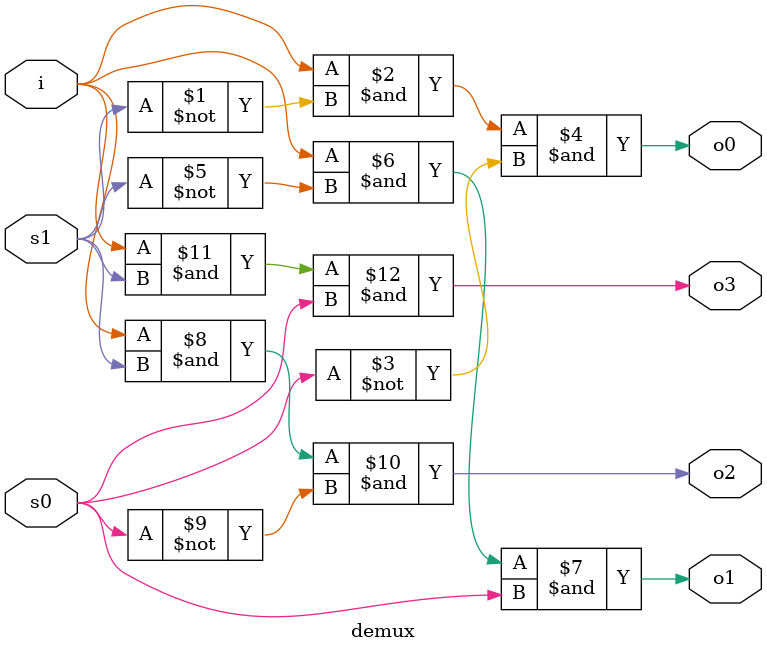
<source format=v>
module demux(
    input i,
    input s0,s1,
    output o0,o1,o2,o3
);

    assign o0 = i & ~s1 & ~s0; 
    assign o1 = i & ~s1 & s0; 
    assign o2 = i & s1 & ~s0; 
    assign o3 = i & s1 & s0;
endmodule 
</source>
